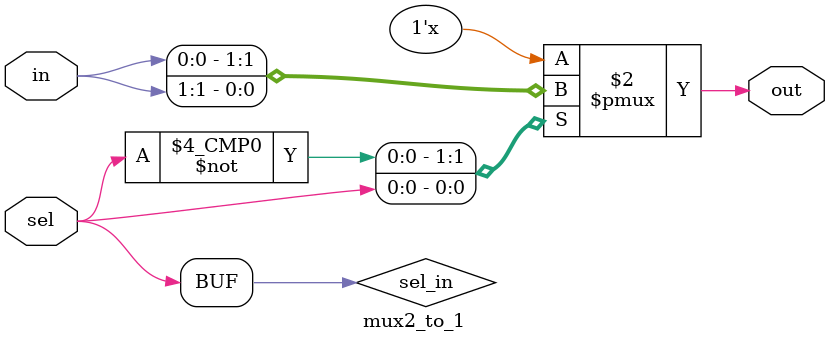
<source format=v>
/*------------------------------------------------------------------------
---- Module: mux2_to_1                                                ----
---- Description:  2 to 1 multiplexor                                 ----
---- Author/s:  student                                               ----
---- Last revision: Sep. 2023                                         ----
---- Dependencies:  None                                              ----
------------------------------------------------------------------------*/

`timescale 1ns / 1ps
module mux2_to_1
    (input wire [1:0] in,
    input wire sel, //Selección de la entrada
    output reg  out //salida del mux
    );

// Declaración de las Señales internas
	reg  sel_in;
//

always@(*)
    begin
        sel_in = sel;
        case(sel_in)
            1'b0: out=in[0];
            1'b1: out=in[1];
            default: out=1'b0;
        endcase
    end
endmodule

</source>
